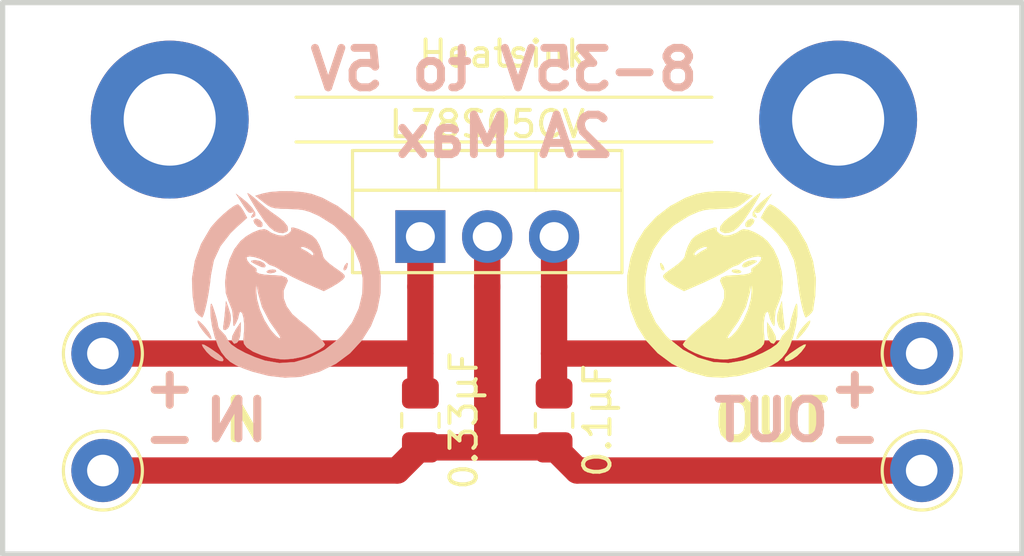
<source format=kicad_pcb>
(kicad_pcb (version 20171130) (host pcbnew "(5.0.0)")

  (general
    (thickness 1.6)
    (drawings 18)
    (tracks 16)
    (zones 0)
    (modules 10)
    (nets 1)
  )

  (page A4)
  (layers
    (0 F.Cu signal)
    (31 B.Cu signal)
    (32 B.Adhes user)
    (33 F.Adhes user)
    (34 B.Paste user)
    (35 F.Paste user)
    (36 B.SilkS user)
    (37 F.SilkS user)
    (38 B.Mask user)
    (39 F.Mask user)
    (40 Dwgs.User user)
    (41 Cmts.User user)
    (42 Eco1.User user)
    (43 Eco2.User user)
    (44 Edge.Cuts user)
    (45 Margin user)
    (46 B.CrtYd user)
    (47 F.CrtYd user)
    (48 B.Fab user)
    (49 F.Fab user hide)
  )

  (setup
    (last_trace_width 0.25)
    (trace_clearance 0.2)
    (zone_clearance 0.508)
    (zone_45_only no)
    (trace_min 0.2)
    (segment_width 0.2)
    (edge_width 0.2)
    (via_size 0.8)
    (via_drill 0.4)
    (via_min_size 0.4)
    (via_min_drill 0.3)
    (uvia_size 0.3)
    (uvia_drill 0.1)
    (uvias_allowed no)
    (uvia_min_size 0.2)
    (uvia_min_drill 0.1)
    (pcb_text_width 0.3)
    (pcb_text_size 1.5 1.5)
    (mod_edge_width 0.15)
    (mod_text_size 1 1)
    (mod_text_width 0.15)
    (pad_size 1.524 1.524)
    (pad_drill 0.762)
    (pad_to_mask_clearance 0.2)
    (aux_axis_origin 0 0)
    (visible_elements FFFFFF7F)
    (pcbplotparams
      (layerselection 0x010f0_ffffffff)
      (usegerberextensions true)
      (usegerberattributes false)
      (usegerberadvancedattributes false)
      (creategerberjobfile false)
      (excludeedgelayer true)
      (linewidth 0.100000)
      (plotframeref false)
      (viasonmask false)
      (mode 1)
      (useauxorigin false)
      (hpglpennumber 1)
      (hpglpenspeed 20)
      (hpglpendiameter 15.000000)
      (psnegative false)
      (psa4output false)
      (plotreference true)
      (plotvalue true)
      (plotinvisibletext false)
      (padsonsilk false)
      (subtractmaskfromsilk false)
      (outputformat 1)
      (mirror false)
      (drillshape 0)
      (scaleselection 1)
      (outputdirectory "./Gerber"))
  )

  (net 0 "")

  (net_class Default "Dies ist die voreingestellte Netzklasse."
    (clearance 0.2)
    (trace_width 0.25)
    (via_dia 0.8)
    (via_drill 0.4)
    (uvia_dia 0.3)
    (uvia_drill 0.1)
  )

  (module Heatsink:Heatsink_Fischer_SK104-STCB_35x13mm__2xDrill3.5mm_ScrewM3 (layer F.Cu) (tedit 5D001AA5) (tstamp 5D0D11BF)
    (at 107.315 67.31)
    (descr "Heatsink, 35mm x 13mm, 2x Fixation 2,5mm Drill, Soldering, Fischer SK104-STC-STIC,")
    (tags "Heatsink fischer TO-220")
    (fp_text reference Heatsink (at -0.025 -2.5) (layer F.SilkS)
      (effects (font (size 1 1) (thickness 0.15)))
    )
    (fp_text value Heatsink_Fischer_SK104-STCB_35x13mm__2xDrill3.5mm_ScrewM3 (at 0.65 9.075) (layer F.Fab)
      (effects (font (size 1 1) (thickness 0.15)))
    )
    (fp_arc (start -12.7 0) (end -15 0.9) (angle -316.8) (layer F.Fab) (width 0.1))
    (fp_line (start 0 -0.85) (end -7.9 -0.85) (layer F.SilkS) (width 0.12))
    (fp_line (start 0 0.85) (end -7.9 0.85) (layer F.SilkS) (width 0.12))
    (fp_line (start -1.778 0.762) (end -1.778 -0.762) (layer F.Fab) (width 0.1))
    (fp_line (start 0 -0.762) (end -8.001 -0.762) (layer F.Fab) (width 0.1))
    (fp_line (start 0 0.762) (end -8.001 0.762) (layer F.Fab) (width 0.1))
    (fp_line (start 0 -0.85) (end 7.9 -0.85) (layer F.SilkS) (width 0.12))
    (fp_line (start 0 -0.762) (end 8.001 -0.762) (layer F.Fab) (width 0.1))
    (fp_line (start 0 0.762) (end 8.001 0.762) (layer F.Fab) (width 0.1))
    (fp_line (start 1.778 -0.762) (end 1.778 0.762) (layer F.Fab) (width 0.1))
    (fp_line (start 0 0.85) (end 7.9 0.85) (layer F.SilkS) (width 0.12))
    (fp_text user %R (at 0 0) (layer F.Fab)
      (effects (font (size 1 1) (thickness 0.15)))
    )
    (pad 1 thru_hole circle (at -12.7 0 180) (size 6 6) (drill 3.5) (layers *.Cu *.Mask))
    (pad 1 thru_hole circle (at 12.7 0) (size 6 6) (drill 3.5) (layers *.Cu *.Mask))
    (model ${KISYS3DMOD}/Heatsink.3dshapes/Heatsink_Fischer_SK104-STCB_35x13mm__2xDrill3.5mm_ScrewM3.wrl
      (at (xyz 0 0 0))
      (scale (xyz 1 1 1))
      (rotate (xyz 0 0 0))
    )
  )

  (module Connector_Pin:Pin_D1.0mm_L10.0mm_LooseFit (layer F.Cu) (tedit 5D0010EC) (tstamp 5D0CF386)
    (at 92.075 76.2)
    (descr "solder Pin_ diameter 1.0mm, hole diameter 1.2mm (loose fit), length 10.0mm")
    (tags "solder Pin_ loose fit")
    (fp_text reference " " (at 0 2.25) (layer F.SilkS)
      (effects (font (size 1 1) (thickness 0.15)))
    )
    (fp_text value Pin_D1.0mm_L10.0mm_LooseFit (at 0 -2.05) (layer F.Fab)
      (effects (font (size 1 1) (thickness 0.15)))
    )
    (fp_text user %R (at 0 2.25) (layer F.Fab)
      (effects (font (size 1 1) (thickness 0.15)))
    )
    (fp_circle (center 0 0) (end 1.7 0) (layer F.CrtYd) (width 0.05))
    (fp_circle (center 0 0) (end 0.5 0) (layer F.Fab) (width 0.12))
    (fp_circle (center 0 0) (end 1.2 0) (layer F.Fab) (width 0.12))
    (fp_circle (center 0 0) (end 1.5 0.05) (layer F.SilkS) (width 0.12))
    (pad 1 thru_hole circle (at 0 0) (size 2.4 2.4) (drill 1.2) (layers *.Cu *.Mask))
    (model ${KISYS3DMOD}/Connector_Pin.3dshapes/Pin_D1.0mm_L10.0mm_LooseFit.wrl
      (at (xyz 0 0 0))
      (scale (xyz 1 1 1))
      (rotate (xyz 0 0 0))
    )
  )

  (module Connector_Pin:Pin_D1.0mm_L10.0mm_LooseFit (layer F.Cu) (tedit 5D0010F0) (tstamp 5D0CF37D)
    (at 92.075 80.645)
    (descr "solder Pin_ diameter 1.0mm, hole diameter 1.2mm (loose fit), length 10.0mm")
    (tags "solder Pin_ loose fit")
    (fp_text reference " " (at 0 2.25) (layer F.SilkS)
      (effects (font (size 1 1) (thickness 0.15)))
    )
    (fp_text value Pin_D1.0mm_L10.0mm_LooseFit (at 0 -2.05) (layer F.Fab)
      (effects (font (size 1 1) (thickness 0.15)))
    )
    (fp_circle (center 0 0) (end 1.5 0.05) (layer F.SilkS) (width 0.12))
    (fp_circle (center 0 0) (end 1.2 0) (layer F.Fab) (width 0.12))
    (fp_circle (center 0 0) (end 0.5 0) (layer F.Fab) (width 0.12))
    (fp_circle (center 0 0) (end 1.7 0) (layer F.CrtYd) (width 0.05))
    (fp_text user %R (at 0 2.25) (layer F.Fab)
      (effects (font (size 1 1) (thickness 0.15)))
    )
    (pad 1 thru_hole circle (at 0 0) (size 2.4 2.4) (drill 1.2) (layers *.Cu *.Mask))
    (model ${KISYS3DMOD}/Connector_Pin.3dshapes/Pin_D1.0mm_L10.0mm_LooseFit.wrl
      (at (xyz 0 0 0))
      (scale (xyz 1 1 1))
      (rotate (xyz 0 0 0))
    )
  )

  (module Connector_Pin:Pin_D1.0mm_L10.0mm_LooseFit (layer F.Cu) (tedit 5D0010F3) (tstamp 5D0CF36B)
    (at 123.19 80.645)
    (descr "solder Pin_ diameter 1.0mm, hole diameter 1.2mm (loose fit), length 10.0mm")
    (tags "solder Pin_ loose fit")
    (fp_text reference " " (at 0 2.25) (layer F.SilkS)
      (effects (font (size 1 1) (thickness 0.15)))
    )
    (fp_text value Pin_D1.0mm_L10.0mm_LooseFit (at 0 -2.05) (layer F.Fab)
      (effects (font (size 1 1) (thickness 0.15)))
    )
    (fp_text user %R (at 0 2.25) (layer F.Fab)
      (effects (font (size 1 1) (thickness 0.15)))
    )
    (fp_circle (center 0 0) (end 1.7 0) (layer F.CrtYd) (width 0.05))
    (fp_circle (center 0 0) (end 0.5 0) (layer F.Fab) (width 0.12))
    (fp_circle (center 0 0) (end 1.2 0) (layer F.Fab) (width 0.12))
    (fp_circle (center 0 0) (end 1.5 0.05) (layer F.SilkS) (width 0.12))
    (pad 1 thru_hole circle (at 0 0) (size 2.4 2.4) (drill 1.2) (layers *.Cu *.Mask))
    (model ${KISYS3DMOD}/Connector_Pin.3dshapes/Pin_D1.0mm_L10.0mm_LooseFit.wrl
      (at (xyz 0 0 0))
      (scale (xyz 1 1 1))
      (rotate (xyz 0 0 0))
    )
  )

  (module Package_TO_SOT_THT:TO-220-3_Vertical (layer F.Cu) (tedit 5D000DA3) (tstamp 5D0065DE)
    (at 104.14 71.755)
    (descr "TO-220-3, Vertical, RM 2.54mm, see https://www.vishay.com/docs/66542/to-220-1.pdf")
    (tags "TO-220-3 Vertical RM 2.54mm")
    (fp_text reference L78S05CV (at 2.54 -4.27) (layer F.SilkS)
      (effects (font (size 1 1) (thickness 0.15)))
    )
    (fp_text value TO-220-3_Vertical (at 2.54 2.5) (layer F.Fab)
      (effects (font (size 1 1) (thickness 0.15)))
    )
    (fp_text user %R (at 2.54 -4.27) (layer F.Fab)
      (effects (font (size 1 1) (thickness 0.15)))
    )
    (fp_line (start 7.79 -3.4) (end -2.71 -3.4) (layer F.CrtYd) (width 0.05))
    (fp_line (start 7.79 1.51) (end 7.79 -3.4) (layer F.CrtYd) (width 0.05))
    (fp_line (start -2.71 1.51) (end 7.79 1.51) (layer F.CrtYd) (width 0.05))
    (fp_line (start -2.71 -3.4) (end -2.71 1.51) (layer F.CrtYd) (width 0.05))
    (fp_line (start 4.391 -3.27) (end 4.391 -1.76) (layer F.SilkS) (width 0.12))
    (fp_line (start 0.69 -3.27) (end 0.69 -1.76) (layer F.SilkS) (width 0.12))
    (fp_line (start -2.58 -1.76) (end 7.66 -1.76) (layer F.SilkS) (width 0.12))
    (fp_line (start 7.66 -3.27) (end 7.66 1.371) (layer F.SilkS) (width 0.12))
    (fp_line (start -2.58 -3.27) (end -2.58 1.371) (layer F.SilkS) (width 0.12))
    (fp_line (start -2.58 1.371) (end 7.66 1.371) (layer F.SilkS) (width 0.12))
    (fp_line (start -2.58 -3.27) (end 7.66 -3.27) (layer F.SilkS) (width 0.12))
    (fp_line (start 4.39 -3.15) (end 4.39 -1.88) (layer F.Fab) (width 0.1))
    (fp_line (start 0.69 -3.15) (end 0.69 -1.88) (layer F.Fab) (width 0.1))
    (fp_line (start -2.46 -1.88) (end 7.54 -1.88) (layer F.Fab) (width 0.1))
    (fp_line (start 7.54 -3.15) (end -2.46 -3.15) (layer F.Fab) (width 0.1))
    (fp_line (start 7.54 1.25) (end 7.54 -3.15) (layer F.Fab) (width 0.1))
    (fp_line (start -2.46 1.25) (end 7.54 1.25) (layer F.Fab) (width 0.1))
    (fp_line (start -2.46 -3.15) (end -2.46 1.25) (layer F.Fab) (width 0.1))
    (pad 3 thru_hole oval (at 5.08 0) (size 1.905 2) (drill 1.1) (layers *.Cu *.Mask))
    (pad 2 thru_hole oval (at 2.54 0) (size 1.905 2) (drill 1.1) (layers *.Cu *.Mask))
    (pad 1 thru_hole rect (at 0 0) (size 1.905 2) (drill 1.1) (layers *.Cu *.Mask))
    (model ${KISYS3DMOD}/Package_TO_SOT_THT.3dshapes/TO-220-3_Vertical.wrl
      (at (xyz 0 0 0))
      (scale (xyz 1 1 1))
      (rotate (xyz 0 0 0))
    )
  )

  (module Capacitor_SMD:C_0805_2012Metric_Pad1.15x1.40mm_HandSolder (layer F.Cu) (tedit 5D001025) (tstamp 5D007219)
    (at 104.14 78.74 270)
    (descr "Capacitor SMD 0805 (2012 Metric), square (rectangular) end terminal, IPC_7351 nominal with elongated pad for handsoldering. (Body size source: https://docs.google.com/spreadsheets/d/1BsfQQcO9C6DZCsRaXUlFlo91Tg2WpOkGARC1WS5S8t0/edit?usp=sharing), generated with kicad-footprint-generator")
    (tags "capacitor handsolder")
    (attr smd)
    (fp_text reference 0.33µF (at 0 -1.65 270) (layer F.SilkS)
      (effects (font (size 1 1) (thickness 0.15)))
    )
    (fp_text value C_0805_2012Metric_Pad1.15x1.40mm_HandSolder (at 0 1.65 270) (layer F.Fab)
      (effects (font (size 1 1) (thickness 0.15)))
    )
    (fp_text user %R (at 0 0 270) (layer F.Fab)
      (effects (font (size 0.5 0.5) (thickness 0.08)))
    )
    (fp_line (start 1.85 0.95) (end -1.85 0.95) (layer F.CrtYd) (width 0.05))
    (fp_line (start 1.85 -0.95) (end 1.85 0.95) (layer F.CrtYd) (width 0.05))
    (fp_line (start -1.85 -0.95) (end 1.85 -0.95) (layer F.CrtYd) (width 0.05))
    (fp_line (start -1.85 0.95) (end -1.85 -0.95) (layer F.CrtYd) (width 0.05))
    (fp_line (start -0.261252 0.71) (end 0.261252 0.71) (layer F.SilkS) (width 0.12))
    (fp_line (start -0.261252 -0.71) (end 0.261252 -0.71) (layer F.SilkS) (width 0.12))
    (fp_line (start 1 0.6) (end -1 0.6) (layer F.Fab) (width 0.1))
    (fp_line (start 1 -0.6) (end 1 0.6) (layer F.Fab) (width 0.1))
    (fp_line (start -1 -0.6) (end 1 -0.6) (layer F.Fab) (width 0.1))
    (fp_line (start -1 0.6) (end -1 -0.6) (layer F.Fab) (width 0.1))
    (pad 2 smd roundrect (at 1.025 0 270) (size 1.15 1.4) (layers F.Cu F.Paste F.Mask) (roundrect_rratio 0.217391))
    (pad 1 smd roundrect (at -1.025 0 270) (size 1.15 1.4) (layers F.Cu F.Paste F.Mask) (roundrect_rratio 0.217391))
    (model ${KISYS3DMOD}/Capacitor_SMD.3dshapes/C_0805_2012Metric.wrl
      (at (xyz 0 0 0))
      (scale (xyz 1 1 1))
      (rotate (xyz 0 0 0))
    )
  )

  (module Capacitor_SMD:C_0805_2012Metric_Pad1.15x1.40mm_HandSolder (layer F.Cu) (tedit 5D001031) (tstamp 5D007253)
    (at 109.22 78.74 270)
    (descr "Capacitor SMD 0805 (2012 Metric), square (rectangular) end terminal, IPC_7351 nominal with elongated pad for handsoldering. (Body size source: https://docs.google.com/spreadsheets/d/1BsfQQcO9C6DZCsRaXUlFlo91Tg2WpOkGARC1WS5S8t0/edit?usp=sharing), generated with kicad-footprint-generator")
    (tags "capacitor handsolder")
    (attr smd)
    (fp_text reference 0.1µF (at 0 -1.65 270) (layer F.SilkS)
      (effects (font (size 1 1) (thickness 0.15)))
    )
    (fp_text value C_0805_2012Metric_Pad1.15x1.40mm_HandSolder (at 0 1.65 270) (layer F.Fab)
      (effects (font (size 1 1) (thickness 0.15)))
    )
    (fp_text user %R (at 0 0 270) (layer F.Fab)
      (effects (font (size 0.5 0.5) (thickness 0.08)))
    )
    (fp_line (start 1.85 0.95) (end -1.85 0.95) (layer F.CrtYd) (width 0.05))
    (fp_line (start 1.85 -0.95) (end 1.85 0.95) (layer F.CrtYd) (width 0.05))
    (fp_line (start -1.85 -0.95) (end 1.85 -0.95) (layer F.CrtYd) (width 0.05))
    (fp_line (start -1.85 0.95) (end -1.85 -0.95) (layer F.CrtYd) (width 0.05))
    (fp_line (start -0.261252 0.71) (end 0.261252 0.71) (layer F.SilkS) (width 0.12))
    (fp_line (start -0.261252 -0.71) (end 0.261252 -0.71) (layer F.SilkS) (width 0.12))
    (fp_line (start 1 0.6) (end -1 0.6) (layer F.Fab) (width 0.1))
    (fp_line (start 1 -0.6) (end 1 0.6) (layer F.Fab) (width 0.1))
    (fp_line (start -1 -0.6) (end 1 -0.6) (layer F.Fab) (width 0.1))
    (fp_line (start -1 0.6) (end -1 -0.6) (layer F.Fab) (width 0.1))
    (pad 2 smd roundrect (at 1.025 0 270) (size 1.15 1.4) (layers F.Cu F.Paste F.Mask) (roundrect_rratio 0.217391))
    (pad 1 smd roundrect (at -1.025 0 270) (size 1.15 1.4) (layers F.Cu F.Paste F.Mask) (roundrect_rratio 0.217391))
    (model ${KISYS3DMOD}/Capacitor_SMD.3dshapes/C_0805_2012Metric.wrl
      (at (xyz 0 0 0))
      (scale (xyz 1 1 1))
      (rotate (xyz 0 0 0))
    )
  )

  (module Connector_Pin:Pin_D1.0mm_L10.0mm_LooseFit (layer F.Cu) (tedit 5D0010F7) (tstamp 5D0CF357)
    (at 123.19 76.2)
    (descr "solder Pin_ diameter 1.0mm, hole diameter 1.2mm (loose fit), length 10.0mm")
    (tags "solder Pin_ loose fit")
    (fp_text reference " " (at 0 2.25) (layer F.SilkS)
      (effects (font (size 1 1) (thickness 0.15)))
    )
    (fp_text value Pin_D1.0mm_L10.0mm_LooseFit (at 0 -2.05) (layer F.Fab)
      (effects (font (size 1 1) (thickness 0.15)))
    )
    (fp_circle (center 0 0) (end 1.5 0.05) (layer F.SilkS) (width 0.12))
    (fp_circle (center 0 0) (end 1.2 0) (layer F.Fab) (width 0.12))
    (fp_circle (center 0 0) (end 0.5 0) (layer F.Fab) (width 0.12))
    (fp_circle (center 0 0) (end 1.7 0) (layer F.CrtYd) (width 0.05))
    (fp_text user %R (at 0 2.25) (layer F.Fab)
      (effects (font (size 1 1) (thickness 0.15)))
    )
    (pad 1 thru_hole circle (at 0 0) (size 2.4 2.4) (drill 1.2) (layers *.Cu *.Mask))
    (model ${KISYS3DMOD}/Connector_Pin.3dshapes/Pin_D1.0mm_L10.0mm_LooseFit.wrl
      (at (xyz 0 0 0))
      (scale (xyz 1 1 1))
      (rotate (xyz 0 0 0))
    )
  )

  (module Symbol:Hitmare_logo_negative_125_silk (layer F.Cu) (tedit 0) (tstamp 5D0D49F0)
    (at 115.57 73.66)
    (fp_text reference "" (at 0 0) (layer F.SilkS)
      (effects (font (size 1.27 1.27) (thickness 0.15)))
    )
    (fp_text value "" (at 0 0) (layer F.SilkS)
      (effects (font (size 1.27 1.27) (thickness 0.15)))
    )
    (fp_poly (pts (xy 1.80033 -3.329656) (xy 1.632362 -3.066723) (xy 1.520709 -2.905969) (xy 1.445114 -2.82578)
      (xy 1.385322 -2.804543) (xy 1.322731 -2.820024) (xy 1.242127 -2.840024) (xy 1.268909 -2.783008)
      (xy 1.300746 -2.742852) (xy 1.352213 -2.645563) (xy 1.323236 -2.620057) (xy 1.217014 -2.673726)
      (xy 1.19637 -2.700102) (xy 1.202548 -2.818244) (xy 1.308614 -2.990325) (xy 1.493902 -3.188715)
      (xy 1.675065 -3.340142) (xy 1.926733 -3.529799) (xy 1.80033 -3.329656)) (layer F.SilkS) (width 0.01))
    (fp_poly (pts (xy 1.188188 -2.578459) (xy 1.26302 -2.52084) (xy 1.2286 -2.415421) (xy 1.216318 -2.395247)
      (xy 1.096727 -2.278394) (xy 0.974752 -2.264657) (xy 0.920492 -2.311547) (xy 0.925569 -2.417092)
      (xy 1.013939 -2.524972) (xy 1.133739 -2.583478) (xy 1.188188 -2.578459)) (layer F.SilkS) (width 0.01))
    (fp_poly (pts (xy 1.491182 -3.554854) (xy 1.466462 -3.485558) (xy 1.376518 -3.320651) (xy 1.236196 -3.086074)
      (xy 1.089424 -2.852874) (xy 0.852197 -2.502861) (xy 0.655796 -2.265294) (xy 0.478225 -2.121319)
      (xy 0.297485 -2.052079) (xy 0.138537 -2.037822) (xy 0.000109 -2.087968) (xy -0.0475 -2.149702)
      (xy -0.029115 -2.296584) (xy 0.112396 -2.478804) (xy 0.363863 -2.680611) (xy 0.436677 -2.728656)
      (xy 0.625467 -2.863934) (xy 0.864654 -3.055209) (xy 1.076332 -3.237966) (xy 1.268588 -3.403856)
      (xy 1.415932 -3.517304) (xy 1.489091 -3.555948) (xy 1.491182 -3.554854)) (layer F.SilkS) (width 0.01))
    (fp_poly (pts (xy 1.259199 -1.003204) (xy 1.351582 -0.980391) (xy 1.336483 -0.940941) (xy 1.202793 -0.861979)
      (xy 1.186279 -0.853075) (xy 0.955543 -0.748406) (xy 0.829277 -0.739926) (xy 0.800573 -0.798012)
      (xy 0.863525 -0.893379) (xy 1.013618 -0.971695) (xy 1.192713 -1.006948) (xy 1.259199 -1.003204)) (layer F.SilkS) (width 0.01))
    (fp_poly (pts (xy -2.200311 -0.800637) (xy -2.156454 -0.674555) (xy -2.179631 -0.620941) (xy -2.249348 -0.646349)
      (xy -2.293955 -0.732221) (xy -2.322229 -0.878934) (xy -2.286218 -0.904293) (xy -2.200311 -0.800637)) (layer F.SilkS) (width 0.01))
    (fp_poly (pts (xy 0.693049 -0.628788) (xy 0.764184 -0.582235) (xy 0.73876 -0.527945) (xy 0.627215 -0.509455)
      (xy 0.471421 -0.535682) (xy 0.400287 -0.582235) (xy 0.425711 -0.636524) (xy 0.537255 -0.655014)
      (xy 0.693049 -0.628788)) (layer F.SilkS) (width 0.01))
    (fp_poly (pts (xy 1.986032 -3.079501) (xy 2.174146 -2.947657) (xy 2.39592 -2.761265) (xy 2.620017 -2.547609)
      (xy 2.8151 -2.333975) (xy 2.896135 -2.229921) (xy 3.251776 -1.624868) (xy 3.488014 -0.977999)
      (xy 3.598109 -0.315605) (xy 3.575321 0.336023) (xy 3.567344 0.388207) (xy 3.529109 0.630646)
      (xy 3.502528 0.812281) (xy 3.49396 0.886349) (xy 3.443345 0.978158) (xy 3.334511 1.089988)
      (xy 3.229922 1.160482) (xy 3.210818 1.16447) (xy 3.171716 1.098656) (xy 3.115847 0.923931)
      (xy 3.053677 0.674373) (xy 3.03756 0.60043) (xy 2.972118 0.24882) (xy 2.916791 -0.12368)
      (xy 2.884481 -0.426173) (xy 2.77068 -1.001228) (xy 2.518037 -1.542035) (xy 2.130966 -2.040138)
      (xy 1.950471 -2.215628) (xy 1.504829 -2.618911) (xy 1.642317 -2.874212) (xy 1.748678 -3.036358)
      (xy 1.843409 -3.124299) (xy 1.862918 -3.129512) (xy 1.986032 -3.079501)) (layer F.SilkS) (width 0.01))
    (fp_poly (pts (xy 2.346215 0.982654) (xy 2.372242 1.233787) (xy 2.397542 1.43338) (xy 2.412546 1.51927)
      (xy 2.403904 1.627339) (xy 2.329784 1.646819) (xy 2.235998 1.58294) (xy 2.183829 1.493155)
      (xy 2.125157 1.278517) (xy 2.133693 1.070938) (xy 2.212277 0.80427) (xy 2.213562 0.800706)
      (xy 2.305448 0.54611) (xy 2.346215 0.982654)) (layer F.SilkS) (width 0.01))
    (fp_poly (pts (xy 3.378582 1.344522) (xy 3.373404 1.365733) (xy 3.301607 1.510013) (xy 3.165288 1.700318)
      (xy 3.082165 1.797983) (xy 2.939083 1.950516) (xy 2.872409 2.000548) (xy 2.864182 1.956406)
      (xy 2.878769 1.892264) (xy 2.957832 1.730028) (xy 3.101721 1.535081) (xy 3.170009 1.460014)
      (xy 3.312424 1.32182) (xy 3.376358 1.285915) (xy 3.378582 1.344522)) (layer F.SilkS) (width 0.01))
    (fp_poly (pts (xy 1.933391 1.623752) (xy 2.063368 1.867248) (xy 2.088116 2.050598) (xy 2.005897 2.15666)
      (xy 1.988166 2.163578) (xy 1.8911 2.130716) (xy 1.824412 2.04703) (xy 1.772183 1.877248)
      (xy 1.747094 1.653797) (xy 1.746705 1.625426) (xy 1.746705 1.349019) (xy 1.933391 1.623752)) (layer F.SilkS) (width 0.01))
    (fp_poly (pts (xy -0.166545 -2.234031) (xy -0.179972 -2.186578) (xy -0.158448 -2.101737) (xy -0.053995 -2.006275)
      (xy 0.10913 -1.936645) (xy 0.302676 -1.949235) (xy 0.377123 -1.967934) (xy 0.573074 -2.041546)
      (xy 0.710062 -2.127191) (xy 0.721015 -2.138823) (xy 0.846757 -2.185744) (xy 1.04957 -2.153845)
      (xy 1.294182 -2.056857) (xy 1.545321 -1.908513) (xy 1.753452 -1.736865) (xy 1.991558 -1.423918)
      (xy 2.173393 -1.031965) (xy 2.292012 -0.598697) (xy 2.340473 -0.16181) (xy 2.311833 0.241005)
      (xy 2.199148 0.572052) (xy 2.183654 0.598671) (xy 2.067313 0.905859) (xy 2.035516 1.20086)
      (xy 2.031398 1.410784) (xy 2.016266 1.493439) (xy 1.979378 1.467117) (xy 1.928654 1.382808)
      (xy 1.849992 1.203683) (xy 1.822064 1.073496) (xy 1.787018 0.965393) (xy 1.750003 0.946132)
      (xy 1.685349 1.012215) (xy 1.63813 1.184673) (xy 1.613746 1.424823) (xy 1.617596 1.693979)
      (xy 1.629421 1.810096) (xy 1.648198 2.035272) (xy 1.619165 2.17727) (xy 1.528187 2.294518)
      (xy 1.507434 2.31442) (xy 1.277942 2.466293) (xy 0.952792 2.601379) (xy 0.581879 2.703996)
      (xy 0.215099 2.758458) (xy 0.079581 2.763241) (xy -0.238739 2.735999) (xy -0.573015 2.66988)
      (xy -0.700715 2.631873) (xy -0.991165 2.516722) (xy -1.234578 2.393101) (xy -1.399694 2.27901)
      (xy -1.455587 2.197163) (xy -1.404416 2.115761) (xy -1.270592 1.969602) (xy -1.23964 1.939314)
      (xy 0.237075 1.939314) (xy 0.25435 1.96097) (xy 0.299182 1.950577) (xy 0.39906 1.876662)
      (xy 0.542676 1.724656) (xy 0.630711 1.615979) (xy 0.849292 1.266992) (xy 1.022503 0.869465)
      (xy 1.130332 0.477451) (xy 1.15591 0.197414) (xy 1.14735 -0.109169) (xy 1.09174 0.218339)
      (xy 0.937233 0.771275) (xy 0.658909 1.302273) (xy 0.559653 1.44775) (xy 0.379488 1.702471)
      (xy 0.275375 1.859737) (xy 0.237075 1.939314) (xy -1.23964 1.939314) (xy -1.083649 1.786672)
      (xy -0.873121 1.594959) (xy -0.66854 1.422449) (xy -0.521178 1.311681) (xy -0.213291 1.04633)
      (xy 0.00293 0.746885) (xy 0.117205 0.438923) (xy 0.119252 0.148019) (xy 0.030073 -0.059712)
      (xy -0.043023 -0.227256) (xy 0.011691 -0.344212) (xy 0.198018 -0.413416) (xy 0.519761 -0.43771)
      (xy 0.536562 -0.43779) (xy 0.83474 -0.453719) (xy 1.048441 -0.495552) (xy 1.156933 -0.556859)
      (xy 1.144599 -0.626366) (xy 1.159278 -0.69301) (xy 1.248732 -0.757687) (xy 1.398464 -0.866348)
      (xy 1.502338 -0.997881) (xy 1.527968 -1.107095) (xy 1.515035 -1.129282) (xy 1.404831 -1.153217)
      (xy 1.219333 -1.126009) (xy 1.013135 -1.06221) (xy 0.840832 -0.976375) (xy 0.790603 -0.936161)
      (xy 0.654189 -0.833153) (xy 0.559985 -0.800573) (xy 0.444705 -0.759991) (xy 0.275015 -0.658974)
      (xy 0.224096 -0.622872) (xy 0.053365 -0.517134) (xy -0.209465 -0.377608) (xy -0.521987 -0.226149)
      (xy -0.714114 -0.139338) (xy -1.411464 0.166497) (xy -1.720551 0.002526) (xy -1.933073 -0.124361)
      (xy -2.104694 -0.25102) (xy -2.148366 -0.292636) (xy -2.201145 -0.365491) (xy -2.195296 -0.432813)
      (xy -2.112257 -0.519363) (xy -1.933468 -0.649903) (xy -1.82495 -0.724081) (xy -1.602919 -0.890949)
      (xy -1.44524 -1.040822) (xy -1.381408 -1.145455) (xy -1.381209 -1.148986) (xy -1.358722 -1.253529)
      (xy -1.018911 -1.253529) (xy -1.005456 -1.180758) (xy -0.940232 -1.210833) (xy -0.891547 -1.251296)
      (xy -0.725144 -1.363652) (xy -0.626402 -1.409848) (xy -0.533977 -1.467144) (xy -0.533094 -1.503486)
      (xy -0.632872 -1.515174) (xy -0.784898 -1.46123) (xy -0.931432 -1.371361) (xy -1.014732 -1.275277)
      (xy -1.018911 -1.253529) (xy -1.358722 -1.253529) (xy -1.351245 -1.288287) (xy -1.277575 -1.493667)
      (xy -1.238249 -1.585095) (xy -1.120543 -1.791912) (xy -0.962698 -1.939434) (xy -0.714314 -2.074659)
      (xy -0.712197 -2.075645) (xy -0.427348 -2.196777) (xy -0.242147 -2.250264) (xy -0.166545 -2.234031)) (layer F.SilkS) (width 0.01))
    (fp_poly (pts (xy 3.184728 2.285576) (xy 3.042434 2.474583) (xy 3.039768 2.477839) (xy 2.884078 2.630432)
      (xy 2.707976 2.750554) (xy 2.546169 2.821937) (xy 2.433365 2.828312) (xy 2.40172 2.776896)
      (xy 2.451847 2.685364) (xy 2.609156 2.548812) (xy 2.884034 2.35858) (xy 2.97058 2.302744)
      (xy 3.149409 2.201197) (xy 3.220589 2.194961) (xy 3.184728 2.285576)) (layer F.SilkS) (width 0.01))
    (fp_poly (pts (xy 0.637747 -3.595581) (xy 0.905395 -3.541289) (xy 1.192165 -3.454796) (xy 0.886389 -3.212617)
      (xy 0.729569 -3.095521) (xy 0.591914 -3.02289) (xy 0.430191 -2.983085) (xy 0.201165 -2.964466)
      (xy -0.063376 -2.956922) (xy -0.397915 -2.943902) (xy -0.647141 -2.911916) (xy -0.871227 -2.846568)
      (xy -1.130349 -2.733461) (xy -1.25867 -2.670937) (xy -1.801606 -2.329526) (xy -2.23893 -1.905345)
      (xy -2.567824 -1.416563) (xy -2.785473 -0.881352) (xy -2.889058 -0.317883) (xy -2.875763 0.255672)
      (xy -2.74277 0.821143) (xy -2.487264 1.360358) (xy -2.106426 1.855146) (xy -1.979785 1.980601)
      (xy -1.446469 2.399477) (xy -0.880549 2.69598) (xy -0.298591 2.865235) (xy 0.282836 2.902371)
      (xy 0.831301 2.807352) (xy 1.216736 2.673715) (xy 1.57612 2.517145) (xy 1.882172 2.352606)
      (xy 2.107609 2.195064) (xy 2.225147 2.059482) (xy 2.232713 2.038665) (xy 2.326039 1.858275)
      (xy 2.452029 1.722753) (xy 2.570088 1.60106) (xy 2.609144 1.503573) (xy 2.622482 1.393797)
      (xy 2.671499 1.192911) (xy 2.733788 0.982522) (xy 2.809026 0.753618) (xy 2.853586 0.650535)
      (xy 2.878551 0.659654) (xy 2.895005 0.767357) (xy 2.896558 0.782519) (xy 2.893123 1.108473)
      (xy 2.835574 1.496942) (xy 2.736847 1.895113) (xy 2.609882 2.250173) (xy 2.476461 2.497274)
      (xy 2.315798 2.698843) (xy 2.144056 2.85398) (xy 1.927006 2.984003) (xy 1.630423 3.11023)
      (xy 1.310029 3.223773) (xy 0.687701 3.385419) (xy 0.070366 3.454736) (xy -0.49555 3.426918)
      (xy -0.557003 3.416965) (xy -1.251556 3.227659) (xy -1.870837 2.925974) (xy -2.407039 2.526732)
      (xy -2.852353 2.044754) (xy -3.198971 1.494862) (xy -3.439087 0.891877) (xy -3.564891 0.25062)
      (xy -3.568577 -0.414087) (xy -3.442335 -1.087422) (xy -3.228032 -1.653381) (xy -2.906443 -2.175634)
      (xy -2.468825 -2.651931) (xy -1.942839 -3.05956) (xy -1.356149 -3.37581) (xy -0.951117 -3.522857)
      (xy -0.61005 -3.590457) (xy -0.194163 -3.625481) (xy 0.240464 -3.627375) (xy 0.637747 -3.595581)) (layer F.SilkS) (width 0.01))
  )

  (module Symbol:Hitmare_logo_negative_125_silk (layer B.Cu) (tedit 0) (tstamp 5D0D4AC1)
    (at 99.06 73.66 180)
    (fp_text reference "" (at 0 0 180) (layer B.SilkS)
      (effects (font (size 1.27 1.27) (thickness 0.15)) (justify mirror))
    )
    (fp_text value "" (at 0 0 180) (layer B.SilkS)
      (effects (font (size 1.27 1.27) (thickness 0.15)) (justify mirror))
    )
    (fp_poly (pts (xy 1.80033 3.329656) (xy 1.632362 3.066723) (xy 1.520709 2.905969) (xy 1.445114 2.82578)
      (xy 1.385322 2.804543) (xy 1.322731 2.820024) (xy 1.242127 2.840024) (xy 1.268909 2.783008)
      (xy 1.300746 2.742852) (xy 1.352213 2.645563) (xy 1.323236 2.620057) (xy 1.217014 2.673726)
      (xy 1.19637 2.700102) (xy 1.202548 2.818244) (xy 1.308614 2.990325) (xy 1.493902 3.188715)
      (xy 1.675065 3.340142) (xy 1.926733 3.529799) (xy 1.80033 3.329656)) (layer B.SilkS) (width 0.01))
    (fp_poly (pts (xy 1.188188 2.578459) (xy 1.26302 2.52084) (xy 1.2286 2.415421) (xy 1.216318 2.395247)
      (xy 1.096727 2.278394) (xy 0.974752 2.264657) (xy 0.920492 2.311547) (xy 0.925569 2.417092)
      (xy 1.013939 2.524972) (xy 1.133739 2.583478) (xy 1.188188 2.578459)) (layer B.SilkS) (width 0.01))
    (fp_poly (pts (xy 1.491182 3.554854) (xy 1.466462 3.485558) (xy 1.376518 3.320651) (xy 1.236196 3.086074)
      (xy 1.089424 2.852874) (xy 0.852197 2.502861) (xy 0.655796 2.265294) (xy 0.478225 2.121319)
      (xy 0.297485 2.052079) (xy 0.138537 2.037822) (xy 0.000109 2.087968) (xy -0.0475 2.149702)
      (xy -0.029115 2.296584) (xy 0.112396 2.478804) (xy 0.363863 2.680611) (xy 0.436677 2.728656)
      (xy 0.625467 2.863934) (xy 0.864654 3.055209) (xy 1.076332 3.237966) (xy 1.268588 3.403856)
      (xy 1.415932 3.517304) (xy 1.489091 3.555948) (xy 1.491182 3.554854)) (layer B.SilkS) (width 0.01))
    (fp_poly (pts (xy 1.259199 1.003204) (xy 1.351582 0.980391) (xy 1.336483 0.940941) (xy 1.202793 0.861979)
      (xy 1.186279 0.853075) (xy 0.955543 0.748406) (xy 0.829277 0.739926) (xy 0.800573 0.798012)
      (xy 0.863525 0.893379) (xy 1.013618 0.971695) (xy 1.192713 1.006948) (xy 1.259199 1.003204)) (layer B.SilkS) (width 0.01))
    (fp_poly (pts (xy -2.200311 0.800637) (xy -2.156454 0.674555) (xy -2.179631 0.620941) (xy -2.249348 0.646349)
      (xy -2.293955 0.732221) (xy -2.322229 0.878934) (xy -2.286218 0.904293) (xy -2.200311 0.800637)) (layer B.SilkS) (width 0.01))
    (fp_poly (pts (xy 0.693049 0.628788) (xy 0.764184 0.582235) (xy 0.73876 0.527945) (xy 0.627215 0.509455)
      (xy 0.471421 0.535682) (xy 0.400287 0.582235) (xy 0.425711 0.636524) (xy 0.537255 0.655014)
      (xy 0.693049 0.628788)) (layer B.SilkS) (width 0.01))
    (fp_poly (pts (xy 1.986032 3.079501) (xy 2.174146 2.947657) (xy 2.39592 2.761265) (xy 2.620017 2.547609)
      (xy 2.8151 2.333975) (xy 2.896135 2.229921) (xy 3.251776 1.624868) (xy 3.488014 0.977999)
      (xy 3.598109 0.315605) (xy 3.575321 -0.336023) (xy 3.567344 -0.388207) (xy 3.529109 -0.630646)
      (xy 3.502528 -0.812281) (xy 3.49396 -0.886349) (xy 3.443345 -0.978158) (xy 3.334511 -1.089988)
      (xy 3.229922 -1.160482) (xy 3.210818 -1.16447) (xy 3.171716 -1.098656) (xy 3.115847 -0.923931)
      (xy 3.053677 -0.674373) (xy 3.03756 -0.60043) (xy 2.972118 -0.24882) (xy 2.916791 0.12368)
      (xy 2.884481 0.426173) (xy 2.77068 1.001228) (xy 2.518037 1.542035) (xy 2.130966 2.040138)
      (xy 1.950471 2.215628) (xy 1.504829 2.618911) (xy 1.642317 2.874212) (xy 1.748678 3.036358)
      (xy 1.843409 3.124299) (xy 1.862918 3.129512) (xy 1.986032 3.079501)) (layer B.SilkS) (width 0.01))
    (fp_poly (pts (xy 2.346215 -0.982654) (xy 2.372242 -1.233787) (xy 2.397542 -1.43338) (xy 2.412546 -1.51927)
      (xy 2.403904 -1.627339) (xy 2.329784 -1.646819) (xy 2.235998 -1.58294) (xy 2.183829 -1.493155)
      (xy 2.125157 -1.278517) (xy 2.133693 -1.070938) (xy 2.212277 -0.80427) (xy 2.213562 -0.800706)
      (xy 2.305448 -0.54611) (xy 2.346215 -0.982654)) (layer B.SilkS) (width 0.01))
    (fp_poly (pts (xy 3.378582 -1.344522) (xy 3.373404 -1.365733) (xy 3.301607 -1.510013) (xy 3.165288 -1.700318)
      (xy 3.082165 -1.797983) (xy 2.939083 -1.950516) (xy 2.872409 -2.000548) (xy 2.864182 -1.956406)
      (xy 2.878769 -1.892264) (xy 2.957832 -1.730028) (xy 3.101721 -1.535081) (xy 3.170009 -1.460014)
      (xy 3.312424 -1.32182) (xy 3.376358 -1.285915) (xy 3.378582 -1.344522)) (layer B.SilkS) (width 0.01))
    (fp_poly (pts (xy 1.933391 -1.623752) (xy 2.063368 -1.867248) (xy 2.088116 -2.050598) (xy 2.005897 -2.15666)
      (xy 1.988166 -2.163578) (xy 1.8911 -2.130716) (xy 1.824412 -2.04703) (xy 1.772183 -1.877248)
      (xy 1.747094 -1.653797) (xy 1.746705 -1.625426) (xy 1.746705 -1.349019) (xy 1.933391 -1.623752)) (layer B.SilkS) (width 0.01))
    (fp_poly (pts (xy -0.166545 2.234031) (xy -0.179972 2.186578) (xy -0.158448 2.101737) (xy -0.053995 2.006275)
      (xy 0.10913 1.936645) (xy 0.302676 1.949235) (xy 0.377123 1.967934) (xy 0.573074 2.041546)
      (xy 0.710062 2.127191) (xy 0.721015 2.138823) (xy 0.846757 2.185744) (xy 1.04957 2.153845)
      (xy 1.294182 2.056857) (xy 1.545321 1.908513) (xy 1.753452 1.736865) (xy 1.991558 1.423918)
      (xy 2.173393 1.031965) (xy 2.292012 0.598697) (xy 2.340473 0.16181) (xy 2.311833 -0.241005)
      (xy 2.199148 -0.572052) (xy 2.183654 -0.598671) (xy 2.067313 -0.905859) (xy 2.035516 -1.20086)
      (xy 2.031398 -1.410784) (xy 2.016266 -1.493439) (xy 1.979378 -1.467117) (xy 1.928654 -1.382808)
      (xy 1.849992 -1.203683) (xy 1.822064 -1.073496) (xy 1.787018 -0.965393) (xy 1.750003 -0.946132)
      (xy 1.685349 -1.012215) (xy 1.63813 -1.184673) (xy 1.613746 -1.424823) (xy 1.617596 -1.693979)
      (xy 1.629421 -1.810096) (xy 1.648198 -2.035272) (xy 1.619165 -2.17727) (xy 1.528187 -2.294518)
      (xy 1.507434 -2.31442) (xy 1.277942 -2.466293) (xy 0.952792 -2.601379) (xy 0.581879 -2.703996)
      (xy 0.215099 -2.758458) (xy 0.079581 -2.763241) (xy -0.238739 -2.735999) (xy -0.573015 -2.66988)
      (xy -0.700715 -2.631873) (xy -0.991165 -2.516722) (xy -1.234578 -2.393101) (xy -1.399694 -2.27901)
      (xy -1.455587 -2.197163) (xy -1.404416 -2.115761) (xy -1.270592 -1.969602) (xy -1.23964 -1.939314)
      (xy 0.237075 -1.939314) (xy 0.25435 -1.96097) (xy 0.299182 -1.950577) (xy 0.39906 -1.876662)
      (xy 0.542676 -1.724656) (xy 0.630711 -1.615979) (xy 0.849292 -1.266992) (xy 1.022503 -0.869465)
      (xy 1.130332 -0.477451) (xy 1.15591 -0.197414) (xy 1.14735 0.109169) (xy 1.09174 -0.218339)
      (xy 0.937233 -0.771275) (xy 0.658909 -1.302273) (xy 0.559653 -1.44775) (xy 0.379488 -1.702471)
      (xy 0.275375 -1.859737) (xy 0.237075 -1.939314) (xy -1.23964 -1.939314) (xy -1.083649 -1.786672)
      (xy -0.873121 -1.594959) (xy -0.66854 -1.422449) (xy -0.521178 -1.311681) (xy -0.213291 -1.04633)
      (xy 0.00293 -0.746885) (xy 0.117205 -0.438923) (xy 0.119252 -0.148019) (xy 0.030073 0.059712)
      (xy -0.043023 0.227256) (xy 0.011691 0.344212) (xy 0.198018 0.413416) (xy 0.519761 0.43771)
      (xy 0.536562 0.43779) (xy 0.83474 0.453719) (xy 1.048441 0.495552) (xy 1.156933 0.556859)
      (xy 1.144599 0.626366) (xy 1.159278 0.69301) (xy 1.248732 0.757687) (xy 1.398464 0.866348)
      (xy 1.502338 0.997881) (xy 1.527968 1.107095) (xy 1.515035 1.129282) (xy 1.404831 1.153217)
      (xy 1.219333 1.126009) (xy 1.013135 1.06221) (xy 0.840832 0.976375) (xy 0.790603 0.936161)
      (xy 0.654189 0.833153) (xy 0.559985 0.800573) (xy 0.444705 0.759991) (xy 0.275015 0.658974)
      (xy 0.224096 0.622872) (xy 0.053365 0.517134) (xy -0.209465 0.377608) (xy -0.521987 0.226149)
      (xy -0.714114 0.139338) (xy -1.411464 -0.166497) (xy -1.720551 -0.002526) (xy -1.933073 0.124361)
      (xy -2.104694 0.25102) (xy -2.148366 0.292636) (xy -2.201145 0.365491) (xy -2.195296 0.432813)
      (xy -2.112257 0.519363) (xy -1.933468 0.649903) (xy -1.82495 0.724081) (xy -1.602919 0.890949)
      (xy -1.44524 1.040822) (xy -1.381408 1.145455) (xy -1.381209 1.148986) (xy -1.358722 1.253529)
      (xy -1.018911 1.253529) (xy -1.005456 1.180758) (xy -0.940232 1.210833) (xy -0.891547 1.251296)
      (xy -0.725144 1.363652) (xy -0.626402 1.409848) (xy -0.533977 1.467144) (xy -0.533094 1.503486)
      (xy -0.632872 1.515174) (xy -0.784898 1.46123) (xy -0.931432 1.371361) (xy -1.014732 1.275277)
      (xy -1.018911 1.253529) (xy -1.358722 1.253529) (xy -1.351245 1.288287) (xy -1.277575 1.493667)
      (xy -1.238249 1.585095) (xy -1.120543 1.791912) (xy -0.962698 1.939434) (xy -0.714314 2.074659)
      (xy -0.712197 2.075645) (xy -0.427348 2.196777) (xy -0.242147 2.250264) (xy -0.166545 2.234031)) (layer B.SilkS) (width 0.01))
    (fp_poly (pts (xy 3.184728 -2.285576) (xy 3.042434 -2.474583) (xy 3.039768 -2.477839) (xy 2.884078 -2.630432)
      (xy 2.707976 -2.750554) (xy 2.546169 -2.821937) (xy 2.433365 -2.828312) (xy 2.40172 -2.776896)
      (xy 2.451847 -2.685364) (xy 2.609156 -2.548812) (xy 2.884034 -2.35858) (xy 2.97058 -2.302744)
      (xy 3.149409 -2.201197) (xy 3.220589 -2.194961) (xy 3.184728 -2.285576)) (layer B.SilkS) (width 0.01))
    (fp_poly (pts (xy 0.637747 3.595581) (xy 0.905395 3.541289) (xy 1.192165 3.454796) (xy 0.886389 3.212617)
      (xy 0.729569 3.095521) (xy 0.591914 3.02289) (xy 0.430191 2.983085) (xy 0.201165 2.964466)
      (xy -0.063376 2.956922) (xy -0.397915 2.943902) (xy -0.647141 2.911916) (xy -0.871227 2.846568)
      (xy -1.130349 2.733461) (xy -1.25867 2.670937) (xy -1.801606 2.329526) (xy -2.23893 1.905345)
      (xy -2.567824 1.416563) (xy -2.785473 0.881352) (xy -2.889058 0.317883) (xy -2.875763 -0.255672)
      (xy -2.74277 -0.821143) (xy -2.487264 -1.360358) (xy -2.106426 -1.855146) (xy -1.979785 -1.980601)
      (xy -1.446469 -2.399477) (xy -0.880549 -2.69598) (xy -0.298591 -2.865235) (xy 0.282836 -2.902371)
      (xy 0.831301 -2.807352) (xy 1.216736 -2.673715) (xy 1.57612 -2.517145) (xy 1.882172 -2.352606)
      (xy 2.107609 -2.195064) (xy 2.225147 -2.059482) (xy 2.232713 -2.038665) (xy 2.326039 -1.858275)
      (xy 2.452029 -1.722753) (xy 2.570088 -1.60106) (xy 2.609144 -1.503573) (xy 2.622482 -1.393797)
      (xy 2.671499 -1.192911) (xy 2.733788 -0.982522) (xy 2.809026 -0.753618) (xy 2.853586 -0.650535)
      (xy 2.878551 -0.659654) (xy 2.895005 -0.767357) (xy 2.896558 -0.782519) (xy 2.893123 -1.108473)
      (xy 2.835574 -1.496942) (xy 2.736847 -1.895113) (xy 2.609882 -2.250173) (xy 2.476461 -2.497274)
      (xy 2.315798 -2.698843) (xy 2.144056 -2.85398) (xy 1.927006 -2.984003) (xy 1.630423 -3.11023)
      (xy 1.310029 -3.223773) (xy 0.687701 -3.385419) (xy 0.070366 -3.454736) (xy -0.49555 -3.426918)
      (xy -0.557003 -3.416965) (xy -1.251556 -3.227659) (xy -1.870837 -2.925974) (xy -2.407039 -2.526732)
      (xy -2.852353 -2.044754) (xy -3.198971 -1.494862) (xy -3.439087 -0.891877) (xy -3.564891 -0.25062)
      (xy -3.568577 0.414087) (xy -3.442335 1.087422) (xy -3.228032 1.653381) (xy -2.906443 2.175634)
      (xy -2.468825 2.651931) (xy -1.942839 3.05956) (xy -1.356149 3.37581) (xy -0.951117 3.522857)
      (xy -0.61005 3.590457) (xy -0.194163 3.625481) (xy 0.240464 3.627375) (xy 0.637747 3.595581)) (layer B.SilkS) (width 0.01))
  )

  (gr_text + (at 120.65 77.47) (layer F.SilkS) (tstamp 5D0D4B5D)
    (effects (font (size 1.5 1.5) (thickness 0.3)))
  )
  (gr_text OUT (at 117.475 78.74) (layer F.SilkS) (tstamp 5D0D4B5C)
    (effects (font (size 1.5 1.5) (thickness 0.3)))
  )
  (gr_text - (at 120.65 79.375) (layer F.SilkS) (tstamp 5D0D4B5B)
    (effects (font (size 1.5 1.5) (thickness 0.3)))
  )
  (gr_text IN (at 97.155 78.74) (layer F.SilkS) (tstamp 5D0D4B4C)
    (effects (font (size 1.5 1.5) (thickness 0.3)))
  )
  (gr_text - (at 94.615 79.375) (layer F.SilkS) (tstamp 5D0D4B4B)
    (effects (font (size 1.5 1.5) (thickness 0.3)))
  )
  (gr_text + (at 94.615 77.47) (layer F.SilkS) (tstamp 5D0D4B4A)
    (effects (font (size 1.5 1.5) (thickness 0.3)))
  )
  (gr_text "2A Max" (at 107.315 67.945) (layer B.SilkS)
    (effects (font (size 1.5 1.5) (thickness 0.3)) (justify mirror))
  )
  (gr_line (start 88.265 83.82) (end 127 83.82) (layer Edge.Cuts) (width 0.2))
  (gr_line (start 88.265 62.865) (end 88.265 83.82) (layer Edge.Cuts) (width 0.2))
  (gr_line (start 127 62.865) (end 88.265 62.865) (layer Edge.Cuts) (width 0.2))
  (gr_line (start 127 83.82) (end 127 62.865) (layer Edge.Cuts) (width 0.2))
  (gr_text "8-35V to 5V" (at 107.315 65.405) (layer B.SilkS)
    (effects (font (size 1.5 1.5) (thickness 0.3)) (justify mirror))
  )
  (gr_text IN (at 97.155 78.74) (layer B.SilkS)
    (effects (font (size 1.5 1.5) (thickness 0.3)) (justify mirror))
  )
  (gr_text OUT (at 117.475 78.74) (layer B.SilkS)
    (effects (font (size 1.5 1.5) (thickness 0.3)) (justify mirror))
  )
  (gr_text + (at 120.65 77.47) (layer B.SilkS)
    (effects (font (size 1.5 1.5) (thickness 0.3)))
  )
  (gr_text + (at 94.615 77.47) (layer B.SilkS)
    (effects (font (size 1.5 1.5) (thickness 0.3)))
  )
  (gr_text - (at 94.615 79.375) (layer B.SilkS)
    (effects (font (size 1.5 1.5) (thickness 0.3)))
  )
  (gr_text - (at 120.65 79.375) (layer B.SilkS)
    (effects (font (size 1.5 1.5) (thickness 0.3)))
  )

  (segment (start 106.68 73.66) (end 106.68 79.765) (width 1) (layer F.Cu) (net 0))
  (segment (start 109.22 79.765) (end 106.68 79.765) (width 1) (layer F.Cu) (net 0))
  (segment (start 106.68 79.765) (end 104.14 79.765) (width 1) (layer F.Cu) (net 0))
  (segment (start 106.68 73.66) (end 106.68 71.755) (width 1) (layer F.Cu) (net 0))
  (segment (start 109.22 71.755) (end 109.22 73.66) (width 1) (layer F.Cu) (net 0))
  (segment (start 104.14 71.755) (end 104.14 73.66) (width 1) (layer F.Cu) (net 0))
  (segment (start 110.1 80.645) (end 109.22 79.765) (width 1) (layer F.Cu) (net 0))
  (segment (start 123.19 80.645) (end 110.1 80.645) (width 1) (layer F.Cu) (net 0))
  (segment (start 103.26 80.645) (end 104.14 79.765) (width 1) (layer F.Cu) (net 0))
  (segment (start 92.075 80.645) (end 103.26 80.645) (width 1) (layer F.Cu) (net 0))
  (segment (start 92.075 76.2) (end 104.14 76.2) (width 1) (layer F.Cu) (net 0))
  (segment (start 104.14 77.47) (end 104.14 76.2) (width 1) (layer F.Cu) (net 0))
  (segment (start 104.14 76.2) (end 104.14 73.66) (width 1) (layer F.Cu) (net 0))
  (segment (start 123.19 76.2) (end 109.22 76.2) (width 1) (layer F.Cu) (net 0))
  (segment (start 109.22 77.47) (end 109.22 76.2) (width 1) (layer F.Cu) (net 0))
  (segment (start 109.22 76.2) (end 109.22 73.66) (width 1) (layer F.Cu) (net 0))

)

</source>
